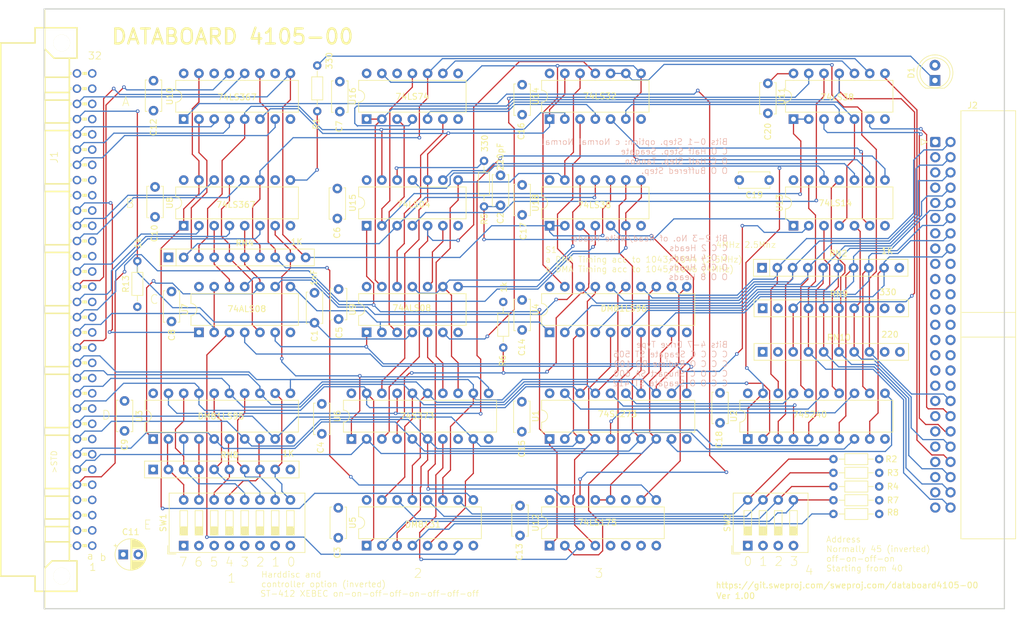
<source format=kicad_pcb>
(kicad_pcb
	(version 20240108)
	(generator "pcbnew")
	(generator_version "8.0")
	(general
		(thickness 1.6)
		(legacy_teardrops no)
	)
	(paper "A4")
	(title_block
		(date "2024-11-23")
		(rev "Ver 1.00")
	)
	(layers
		(0 "F.Cu" signal)
		(1 "In1.Cu" signal)
		(2 "In2.Cu" signal)
		(31 "B.Cu" signal)
		(32 "B.Adhes" user "B.Adhesive")
		(33 "F.Adhes" user "F.Adhesive")
		(34 "B.Paste" user)
		(35 "F.Paste" user)
		(36 "B.SilkS" user "B.Silkscreen")
		(37 "F.SilkS" user "F.Silkscreen")
		(38 "B.Mask" user)
		(39 "F.Mask" user)
		(40 "Dwgs.User" user "User.Drawings")
		(41 "Cmts.User" user "User.Comments")
		(42 "Eco1.User" user "User.Eco1")
		(43 "Eco2.User" user "User.Eco2")
		(44 "Edge.Cuts" user)
		(45 "Margin" user)
		(46 "B.CrtYd" user "B.Courtyard")
		(47 "F.CrtYd" user "F.Courtyard")
		(48 "B.Fab" user)
		(49 "F.Fab" user)
		(50 "User.1" user)
		(51 "User.2" user)
		(52 "User.3" user)
		(53 "User.4" user)
		(54 "User.5" user)
		(55 "User.6" user)
		(56 "User.7" user)
		(57 "User.8" user)
		(58 "User.9" user)
	)
	(setup
		(stackup
			(layer "F.SilkS"
				(type "Top Silk Screen")
			)
			(layer "F.Paste"
				(type "Top Solder Paste")
			)
			(layer "F.Mask"
				(type "Top Solder Mask")
				(thickness 0.01)
			)
			(layer "F.Cu"
				(type "copper")
				(thickness 0.035)
			)
			(layer "dielectric 1"
				(type "prepreg")
				(thickness 0.1)
				(material "FR4")
				(epsilon_r 4.5)
				(loss_tangent 0.02)
			)
			(layer "In1.Cu"
				(type "copper")
				(thickness 0.035)
			)
			(layer "dielectric 2"
				(type "core")
				(thickness 1.24)
				(material "FR4")
				(epsilon_r 4.5)
				(loss_tangent 0.02)
			)
			(layer "In2.Cu"
				(type "copper")
				(thickness 0.035)
			)
			(layer "dielectric 3"
				(type "prepreg")
				(thickness 0.1)
				(material "FR4")
				(epsilon_r 4.5)
				(loss_tangent 0.02)
			)
			(layer "B.Cu"
				(type "copper")
				(thickness 0.035)
			)
			(layer "B.Mask"
				(type "Bottom Solder Mask")
				(thickness 0.01)
			)
			(layer "B.Paste"
				(type "Bottom Solder Paste")
			)
			(layer "B.SilkS"
				(type "Bottom Silk Screen")
			)
			(copper_finish "None")
			(dielectric_constraints no)
		)
		(pad_to_mask_clearance 0)
		(allow_soldermask_bridges_in_footprints no)
		(pcbplotparams
			(layerselection 0x00010fc_ffffffff)
			(plot_on_all_layers_selection 0x0000000_00000000)
			(disableapertmacros no)
			(usegerberextensions no)
			(usegerberattributes yes)
			(usegerberadvancedattributes yes)
			(creategerberjobfile yes)
			(dashed_line_dash_ratio 12.000000)
			(dashed_line_gap_ratio 3.000000)
			(svgprecision 4)
			(plotframeref no)
			(viasonmask no)
			(mode 1)
			(useauxorigin no)
			(hpglpennumber 1)
			(hpglpenspeed 20)
			(hpglpendiameter 15.000000)
			(pdf_front_fp_property_popups yes)
			(pdf_back_fp_property_popups yes)
			(dxfpolygonmode yes)
			(dxfimperialunits yes)
			(dxfusepcbnewfont yes)
			(psnegative no)
			(psa4output no)
			(plotreference yes)
			(plotvalue yes)
			(plotfptext yes)
			(plotinvisibletext no)
			(sketchpadsonfab no)
			(subtractmaskfromsilk no)
			(outputformat 1)
			(mirror no)
			(drillshape 0)
			(scaleselection 1)
			(outputdirectory "gerber_1.00")
		)
	)
	(net 0 "")
	(net 1 "unconnected-(J2-Pin_32-Pad32)")
	(net 2 "/SCSI_SEL")
	(net 3 "/SCSI_RST")
	(net 4 "/SCSI_D3")
	(net 5 "unconnected-(J2-Pin_24-Pad24)")
	(net 6 "unconnected-(J2-Pin_26-Pad26)")
	(net 7 "/SCSI_ID")
	(net 8 "/SCSI_CD")
	(net 9 "unconnected-(J2-Pin_28-Pad28)")
	(net 10 "Net-(U1-Cp)")
	(net 11 "unconnected-(J2-Pin_30-Pad30)")
	(net 12 "Net-(U3-~{G2})")
	(net 13 "Net-(U4-~{G1})")
	(net 14 "Net-(U16B-~{R})")
	(net 15 "Net-(U10-OEb)")
	(net 16 "Net-(U6-D4)")
	(net 17 "unconnected-(J2-Pin_22-Pad22)")
	(net 18 "unconnected-(J2-Pin_34-Pad34)")
	(net 19 "/~{CS}")
	(net 20 "unconnected-(J2-Pin_18-Pad18)")
	(net 21 "/~{RST}")
	(net 22 "unconnected-(J2-Pin_20-Pad20)")
	(net 23 "/~{C3}")
	(net 24 "/~{INP}")
	(net 25 "/~{STAT}")
	(net 26 "VCC")
	(net 27 "GND")
	(net 28 "/~{PRAC}")
	(net 29 "/~{C1}")
	(net 30 "/~{OUT}")
	(net 31 "Net-(U16A-D)")
	(net 32 "Net-(D1-K)")
	(net 33 "Net-(U8-O4a)")
	(net 34 "/SCSI_REQ")
	(net 35 "/SCSI_ACK")
	(net 36 "/SCSI_D5")
	(net 37 "/SCSI_D7")
	(net 38 "/SCSI_MSG")
	(net 39 "/SCSI_D0")
	(net 40 "/SCSI_D6")
	(net 41 "/SCSI_D1")
	(net 42 "Net-(U1-Q3)")
	(net 43 "Net-(U1-Q4)")
	(net 44 "Net-(U1-Q5)")
	(net 45 "Net-(U1-Q7)")
	(net 46 "Net-(U1-Q6)")
	(net 47 "/D2")
	(net 48 "/D4")
	(net 49 "Net-(U1-Q0)")
	(net 50 "Net-(U1-Q2)")
	(net 51 "/D7")
	(net 52 "/D6")
	(net 53 "/D3")
	(net 54 "Net-(U11-Pad13)")
	(net 55 "/D0")
	(net 56 "Net-(U1-~{Mr})")
	(net 57 "Net-(U1-Q1)")
	(net 58 "/D5")
	(net 59 "/D1")
	(net 60 "Net-(U12-Q3)")
	(net 61 "Net-(U16A-~{Q})")
	(net 62 "Net-(U16A-C)")
	(net 63 "/~{TRRQ}")
	(net 64 "/~{TREN}")
	(net 65 "Net-(U5-~{ST})")
	(net 66 "/~{CSB}")
	(net 67 "/~{R{slash}W}")
	(net 68 "/~{C4}")
	(net 69 "Net-(C2-Pad1)")
	(net 70 "Net-(U6-D1)")
	(net 71 "Net-(U12-~{Q0})")
	(net 72 "Net-(U6-D0)")
	(net 73 "Net-(U10-I3)")
	(net 74 "Net-(U6-D5)")
	(net 75 "Net-(U5-T4)")
	(net 76 "Net-(U14-Pad3)")
	(net 77 "Net-(U18-Pad4)")
	(net 78 "Net-(U15-Pad6)")
	(net 79 "Net-(U10-OEa)")
	(net 80 "Net-(U11-Pad12)")
	(net 81 "Net-(U16B-Q)")
	(net 82 "Net-(U11-Pad4)")
	(net 83 "Net-(U2-OEa)")
	(net 84 "unconnected-(U12-~{Q2}-Pad11)")
	(net 85 "unconnected-(U12-~{Q1}-Pad6)")
	(net 86 "Net-(U12-Q0)")
	(net 87 "unconnected-(U12-Q1-Pad7)")
	(net 88 "Net-(U12-Q2)")
	(net 89 "unconnected-(U12-D1-Pad5)")
	(net 90 "Net-(U13-Pad6)")
	(net 91 "Net-(U13-Pad10)")
	(net 92 "Net-(U16A-Q)")
	(net 93 "unconnected-(U16B-~{Q}-Pad8)")
	(net 94 "/~{INT}")
	(net 95 "Net-(RN4-R4)")
	(net 96 "Net-(RN4-R8)")
	(net 97 "Net-(RN4-R6)")
	(net 98 "Net-(RN4-R5)")
	(net 99 "Net-(RN8-R1)")
	(net 100 "Net-(RN8-R4)")
	(net 101 "Net-(RN8-R7)")
	(net 102 "Net-(RN8-R5)")
	(net 103 "Net-(RN8-R6)")
	(net 104 "Net-(RN8-R8)")
	(net 105 "Net-(RN8-R3)")
	(net 106 "Net-(RN8-R2)")
	(net 107 "Net-(RN4-R3)")
	(net 108 "unconnected-(J1-Pin_b3-PadB3)")
	(net 109 "/rn4_10")
	(net 110 "/rn4_3")
	(net 111 "/rn4_2")
	(net 112 "/SCSI_D2")
	(net 113 "/SCSI_BSY")
	(net 114 "/SCSI_D4")
	(net 115 "unconnected-(RN9-R8-Pad9)")
	(net 116 "unconnected-(RN9-R1-Pad2)")
	(net 117 "unconnected-(RN10-R8-Pad9)")
	(net 118 "unconnected-(RN10-R1-Pad2)")
	(net 119 "unconnected-(RN2-R9-Pad10)")
	(net 120 "unconnected-(RN8-R9-Pad10)")
	(net 121 "unconnected-(RN9-R9-Pad10)")
	(net 122 "unconnected-(RN10-R9-Pad10)")
	(net 123 "Net-(U5-T2)")
	(net 124 "Net-(R5-Pad2)")
	(net 125 "unconnected-(J1-Pin_b13-PadB13)")
	(net 126 "unconnected-(J1-Pin_b23-PadB23)")
	(net 127 "unconnected-(J1-Pin_b14-PadB14)")
	(net 128 "unconnected-(J1-Pin_a24-PadA24)")
	(net 129 "unconnected-(J1-Pin_b5-PadB5)")
	(net 130 "unconnected-(J1-Pin_b9-PadB9)")
	(net 131 "unconnected-(J1-Pin_b19-PadB19)")
	(net 132 "unconnected-(J1-Pin_b30-PadB30)")
	(net 133 "unconnected-(J1-Pin_b21-PadB21)")
	(net 134 "unconnected-(J1-Pin_b20-PadB20)")
	(net 135 "unconnected-(J1-Pin_b32-PadB32)")
	(net 136 "unconnected-(J1-Pin_b26-PadB26)")
	(net 137 "unconnected-(J1-Pin_b11-PadB11)")
	(net 138 "unconnected-(J1-Pin_b10-PadB10)")
	(net 139 "unconnected-(J1-Pin_b24-PadB24)")
	(net 140 "unconnected-(J1-Pin_b18-PadB18)")
	(net 141 "unconnected-(J1-Pin_a32-PadA32)")
	(net 142 "unconnected-(J1-Pin_b6-PadB6)")
	(net 143 "unconnected-(J1-Pin_a1-PadA1)")
	(net 144 "unconnected-(J1-Pin_b1-PadB1)")
	(net 145 "unconnected-(J1-Pin_b4-PadB4)")
	(net 146 "unconnected-(J1-Pin_b12-PadB12)")
	(net 147 "unconnected-(J1-Pin_b15-PadB15)")
	(net 148 "unconnected-(J1-Pin_b25-PadB25)")
	(net 149 "unconnected-(J1-Pin_a25-PadA25)")
	(net 150 "unconnected-(J1-Pin_a4-PadA4)")
	(net 151 "unconnected-(J1-Pin_b16-PadB16)")
	(net 152 "unconnected-(J1-Pin_b7-PadB7)")
	(net 153 "unconnected-(J1-Pin_b28-PadB28)")
	(net 154 "unconnected-(J1-Pin_a20-PadA20)")
	(net 155 "unconnected-(J1-Pin_a3-PadA3)")
	(net 156 "unconnected-(J1-Pin_b17-PadB17)")
	(net 157 "unconnected-(J1-Pin_b8-PadB8)")
	(net 158 "unconnected-(J1-Pin_b22-PadB22)")
	(net 159 "unconnected-(J1-Pin_b27-PadB27)")
	(net 160 "unconnected-(J1-Pin_b29-PadB29)")
	(net 161 "Net-(RN10-R2)")
	(net 162 "/rn4_8")
	(net 163 "Net-(U16B-C)")
	(net 164 "unconnected-(R8-Pad1)")
	(net 165 "Net-(U5-T6)")
	(net 166 "Net-(U5-T1)")
	(net 167 "Net-(U5-T5)")
	(net 168 "Net-(U13-Pad2)")
	(footprint "Package_DIP:DIP-16_W7.62mm" (layer "F.Cu") (at 83.2612 76.1492 90))
	(footprint "Resistor_THT:R_Array_SIP10" (layer "F.Cu") (at 78.1812 116.7892))
	(footprint "Package_DIP:DIP-14_W7.62mm" (layer "F.Cu") (at 144.2212 76.1492 90))
	(footprint "Capacitor_THT:C_Disc_D5.0mm_W2.5mm_P5.00mm" (layer "F.Cu") (at 109.2708 52.11 -90))
	(footprint "Package_DIP:DIP-16_W7.62mm" (layer "F.Cu") (at 83.2612 58.3692 90))
	(footprint "Resistor_THT:R_Axial_DIN0204_L3.6mm_D1.6mm_P7.62mm_Horizontal" (layer "F.Cu") (at 75.5396 89.662 90))
	(footprint "Resistor_THT:R_Axial_DIN0204_L3.6mm_D1.6mm_P7.62mm_Horizontal" (layer "F.Cu") (at 199.136 119.634 180))
	(footprint "Capacitor_THT:C_Disc_D5.0mm_W2.5mm_P5.00mm" (layer "F.Cu") (at 78.232 51.9576 -90))
	(footprint "Capacitor_THT:C_Disc_D5.0mm_W2.5mm_P5.00mm" (layer "F.Cu") (at 180.594 52.404 -90))
	(footprint "Capacitor_THT:C_Disc_D5.0mm_W2.5mm_P5.00mm" (layer "F.Cu") (at 136.0424 72.7456 90))
	(footprint "Package_DIP:DIP-20_W7.62mm" (layer "F.Cu") (at 144.2212 93.9292 90))
	(footprint "Capacitor_THT:C_Disc_D5.0mm_W2.5mm_P5.00mm" (layer "F.Cu") (at 73.406 105.3592 -90))
	(footprint "Package_DIP:DIP-20_W7.62mm" (layer "F.Cu") (at 144.2212 111.7092 90))
	(footprint "Package_DIP:DIP-14_W7.62mm" (layer "F.Cu") (at 113.7412 58.3692 90))
	(footprint "Package_DIP:DIP-14_W7.62mm" (layer "F.Cu") (at 184.8612 76.1492 90))
	(footprint "Resistor_THT:R_Array_SIP10" (layer "F.Cu") (at 80.7212 81.4324))
	(footprint "Package_DIP:DIP-14_W7.62mm" (layer "F.Cu") (at 184.8612 58.3692 90))
	(footprint "Capacitor_THT:C_Disc_D5.0mm_W2.5mm_P5.00mm" (layer "F.Cu") (at 78.486 69.676 -90))
	(footprint "Package_DIP:DIP-20_W7.62mm" (layer "F.Cu") (at 111.2012 111.7092 90))
	(footprint "Capacitor_THT:C_Disc_D5.0mm_W2.5mm_P5.00mm" (layer "F.Cu") (at 139.6492 52.6288 -90))
	(footprint "Resistor_THT:R_Array_SIP10" (layer "F.Cu") (at 179.7304 89.916))
	(footprint "Capacitor_THT:C_Disc_D5.0mm_W2.5mm_P5.00mm" (layer "F.Cu") (at 109.0168 123.1792 -90))
	(footprint "Package_DIP:DIP-14_W7.62mm" (layer "F.Cu") (at 113.7412 76.1492 90))
	(footprint "Resistor_THT:R_Array_SIP10" (layer "F.Cu") (at 179.7304 97.1804))
	(footprint "Resistor_THT:R_Array_SIP10" (layer "F.Cu") (at 179.6288 83.1596))
	(footprint "Package_DIP:DIP-14_W7.62mm" (layer "F.Cu") (at 85.8012 93.9292 90))
	(footprint "Capacitor_THT:CP_Radial_D5.0mm_P2.50mm"
		(layer "F.Cu")
		(uuid "807212b6-d76e-4add-8b04-f41db56b04ed")
		(at 73.192 130.9624)
		(descr "CP, Radial series, Radial, pin pitch=2.50mm, , diameter=5mm, Electrolytic Capacitor")
		(tags "CP Radial series Radial pin pitch 2.50mm  diameter 5mm Electrolytic Capacitor")
		(property "Reference" "C11"
			(at 1.25 -3.75 0)
			(layer "F.SilkS")
			(uuid "aac6ba22-c554-452e-bdb7-09b64867eae8")
			(effects
				(font
					(size 1 1)
					(thickness 0.15)
				)
			)
		)
		(property "Value" "47uF"
			(at 1.25 3.75 0)
			(layer "F.Fab")
			(uuid "770bcbbf-cd52-4cd3-9cd8-c5f57cede8b7")
			(effects
				(font
					(size 1 1)
					(thickness 0.15)
				)
			)
		)
		(property "Footprint" "Capacitor_THT:CP_Radial_D5.0mm_P2.50mm"
			(at 0 0 0)
			(unlocked yes)
			(layer "F.Fab")
			(hide yes)
			(uuid "f015d08b-e09b-4e77-9036-d84d9549adb7")
			(effects
				(font
					(size 1.27 1.27)
					(thickness 0.15)
				)
			)
		)
		(property "Datasheet" ""
			(at 0 0 0)
			(unlocked yes)
			(layer "F.Fab")
			(hide yes)
			(uuid "cdd92070-08bd-4526-a44b-4f4fb9a7cc54")
			(effects
				(font
					(size 1.27 1.27)
					(thickness 0.15)
				)
			)
		)
		(property "Description" "Polarized capacitor, small symbol"
			(at 0 0 0)
			(unlocked yes)
			(layer "F.Fab")
			(hide yes)
			(uuid "f42eb0d1-048e-4a24-b304-45a7b9df8929")
			(effects
				(font
					(size 1.27 1.27)
					(thickness 0.15)
				)
			)
		)
		(property ki_fp_filters "CP_*")
		(path "/f3498465-5a1f-4b25-a628-4040846b0353")
		(sheetname "Root")
		(sheetfile "4680-4105-00.kicad_sch")
		(attr through_hole)
		(fp_line
			(start -1.554775 -1.475)
			(end -1.054775 -1.475)
			(stroke
				(width 0.12)
				(type solid)
			)
			(layer "F.SilkS")
			(uuid "5354fb41-425b-405c-aa2a-6c5cdb4dce8e")
		)
		(fp_line
			(start -1.304775 -1.725)
			(end -1.304775 -1.225)
			(stroke
				(width 0.12)
				(type solid)
			)
			(layer "F.SilkS")
			(uuid "1e1be11c-c11b-4a3b-b966-84ccda2e8cc4")
		)
		(fp_line
			(start 1.25 -2.58)
			(end 1.25 2.58)
			(stroke
				(width 0.12)
				(type solid)
			)
			(layer "F.SilkS")
			(uuid "a4a3f349-3f64-4098-b3fb-2341ecd6dcb0")
		)
		(fp_line
			(start 1.29 -2.58)
			(end 1.29 2.58)
			(stroke
				(width 0.12)
				(type solid)
			)
			(layer "F.SilkS")
			(uuid "667b4983-11cc-4046-a1e1-57a2c0681898")
		)
		(fp_line
			(start 1.33 -2.579)
			(end 1.33 2.579)
			(stroke
				(width 0.12)
				(type solid)
			)
			(layer "F.SilkS")
			(uuid "b2309d49-3a96-4f2c-bf45-a78c4e732c36")
		)
		(fp_line
			(start 1.37 -2.578)
			(end 1.37 2.578)
			(stroke
				(width 0.12)
				(type solid)
			)
			(layer "F.SilkS")
			(uuid "b086dc71-9bc6-4d03-a940-b474c397aaa1")
		)
		(fp_line
			(start 1.41 -2.576)
			(end 1.41 2.576)
			(stroke
				(width 0.12)
				(type solid)
			)
			(layer "F.SilkS")
			(uuid "b9f924af-9527-4d63-8567-26767aca599d")
		)
		(fp_line
			(start 1.45 -2.573)
			(end 1.45 2.573)
			(stroke
				(width 0.12)
				(type solid)
			)
			(layer "F.SilkS")
			(uuid "3b2552a1-96f3-445a-a600-155caf095aac")
		)
		(fp_line
			(start 1.49 -2.569)
			(end 1.49 -1.04)
			(stroke
				(width 0.12)
				(type solid)
			)
			(layer "F.SilkS")
			(uuid "11c0e19c-3c1d-4fd0-9298-bb7b8b1f24e7")
		)
		(fp_line
			(start 1.49 1.04)
			(end 1.49 2.569)
			(stroke
				(width 0.12)
				(type solid)
			)
			(layer "F.SilkS")
			(uuid "5b0557ed-c33a-4634-ae66-dc40338bbce5")
		)
		(fp_line
			(start 1.53 -2.565)
			(end 1.53 -1.04)
			(stroke
				(width 0.12)
				(type solid)
			)
			(layer "F.SilkS")
			(uuid "b41473b1-55e4-4afa-a45f-87c1631441cc")
		)
		(fp_line
			(start 1.53 1.04)
			(end 1.53 2.565)
			(stroke
				(width 0.12)
				(type solid)
			)
			(layer "F.SilkS")
			(uuid "3be51b44-fe9a-4f49-9da1-e0a632845a30")
		)
		(fp_line
			(start 1.57 -2.561)
			(end 1.57 -1.04)
			(stroke
				(width 0.12)
				(type solid)
			)
			(layer "F.SilkS")
			(uuid "b77722b0-2927-467e-9b5d-7f2d7525a610")
		)
		(fp_line
			(start 1.57 1.04)
			(end 1.57 2.561)
			(stroke
				(width 0.12)
				(type solid)
			)
			(layer "F.SilkS")
			(uuid "e72a8994-6cab-4bf3-8c72-61bfcd995c06")
		)
		(fp_line
			(start 1.61 -2.556)
			(end 1.61 -1.04)
			(stroke
				(width 0.12)
				(type solid)
			)
			(layer "F.SilkS")
			(uuid "0593f4ed-2ea1-4adb-80ce-428474b860d0")
		)
		(fp_line
			(start 1.61 1.04)
			(end 1.61 2.556)
			(stroke
				(width 0.12)
				(type solid)
			)
			(layer "F.SilkS")
			(uuid "eba72feb-2da4-46e7-8734-008e5cf7a83f")
		)
		(fp_line
			(start 1.65 -2.55)
			(end 1.65 -1.04)
			(stroke
				(width 0.12)
				(type solid)
			)
			(layer "F.SilkS")
			(uuid "dbe07b9c-8b4e-4deb-b750-9f74719ca594")
		)
		(fp_line
			(start 1.65 1.04)
			(end 1.65 2.55)
			(stroke
				(width 0.12)
				(type solid)
			)
			(layer "F.SilkS")
			(uuid "cbbd64d9-6e3e-4547-90c0-9d504832379f")
		)
		(fp_line
			(start 1.69 -2.543)
			(end 1.69 -1.04)
			(stroke
				(width 0.12)
				(type solid)
			)
			(layer "F.SilkS")
			(uuid "294d6b03-a98c-4881-9959-18f1270d23e5")
		)
		(fp_line
			(start 1.69 1.04)
			(end 1.69 2.543)
			(stroke
				(width 0.12)
				(type solid)
			)
			(layer "F.SilkS")
			(uuid "b1640257-813c-4ff0-b176-c54787e309a8")
		)
		(fp_line
			(start 1.73 -2.536)
			(end 1.73 -1.04)
			(stroke
				(width 0.12)
				(type solid)
			)
			(layer "F.SilkS")
			(uuid "879fb981-eb75-452d-ad12-102be1e2b59e")
		)
		(fp_line
			(start 1.73 1.04)
			(end 1.73 2.536)
			(stroke
				(width 0.12)
				(type solid)
			)
			(layer "F.SilkS")
			(uuid "f70d4e21-2995-4b42-a66f-1d180bda201c")
		)
		(fp_line
			(start 1.77 -2.528)
			(end 1.77 -1.04)
			(stroke
				(width 0.12)
				(type solid)
			)
			(layer "F.SilkS")
			(uuid "df16a672-b0ab-4926-97f3-899de27222df")
		)
		(fp_line
			(start 1.77 1.04)
			(end 1.77 2.528)
			(stroke
				(width 0.12)
				(type solid)
			)
			(layer "F.SilkS")
			(uuid "2037b11e-abf8-46f6-bd07-e76dbcb84346")
		)
		(fp_line
			(start 1.81 -2.52)
			(end 1.81 -1.04)
			(stroke
				(width 0.12)
				(type solid)
			)
			(layer "F.SilkS")
			(uuid "90a896d3-0560-4902-893d-c8aa2e53d6d4")
		)
		(fp_line
			(start 1.81 1.04)
			(end 1.81 2.52)
			(stroke
				(width 0.12)
				(type solid)
			)
			(layer "F.SilkS")
			(uuid "11e6598f-d2db-4463-a968-4eefe31c3bce")
		)
		(fp_line
			(start 1.85 -2.511)
			(end 1.85 -1.04)
			(stroke
				(width 0.12)
				(type solid)
			)
			(layer "F.SilkS")
			(uuid "af3777dc-7d6a-4b76-ab8e-92e9e34feefd")
		)
		(fp_line
			(start 1.85 1.04)
			(end 1.85 2.511)
			(stroke
				(width 0.12)
				(type solid)
			)
			(layer "F.SilkS")
			(uuid "47d39f74-0b55-46f1-8b80-ef1d99f88181")
		)
		(fp_line
			(start 1.89 -2.501)
			(end 1.89 -1.04)
			(stroke
				(width 0.12)
				(type solid)
			)
			(layer "F.SilkS")
			(uuid "58f0d9e4-24f5-4a11-800b-1f31440a3b75")
		)
		(fp_line
			(start 1.89 1.04)
			(end 1.89 2.501)
			(stroke
				(width 0.12)
				(type solid)
			)
			(layer "F.SilkS")
			(uuid "67de5794-8601-4bf0-ac39-2f8361070bed")
		)
		(fp_line
			(start 1.93 -2.491)
			(end 1.93 -1.04)
			(stroke
				(width 0.12)
				(type solid)
			)
			(layer "F.SilkS")
			(uuid "191be62c-ded7-492f-8bf4-e90063168597")
		)
		(fp_line
			(start 1.93 1.04)
			(end 1.93 2.491)
			(stroke
				(width 0.12)
				(type solid)
			)
			(layer "F.SilkS")
			(uuid "34dbfcbc-d984-4ef1-a5a6-f0bf37c43a4c")
		)
		(fp_line
			(start 1.971 -2.48)
			(end 1.971 -1.04)
			(stroke
				(width 0.12)
				(type solid)
			)
			(layer "F.SilkS")
			(uuid "1f972e35-1f81-4861-91a7-cbd8e142e6ef")
		)
		(fp_line
			(start 1.971 1.04)
			(end 1.971 2.48)
			(stroke
				(width 0.12)
				(type solid)
			)
			(layer "F.SilkS")
			(uuid "667a1ec7-d6c3-4653-b71d-1f125b13f9c0")
		)
		(fp_line
			(start 2.011 -2.468)
			(end 2.011 -1.04)
			(stroke
				(width 0.12)
				(type solid)
			)
			(layer "F.SilkS")
			(uuid "93962659-cad7-4843-b40f-ac3f26fa08f2")
		)
		(fp_line
			(start 2.011 1.04)
			(end 2.011 2.468)
			(stroke
				(width 0.12)
				(type solid)
			)
			(layer "F.SilkS")
			(uuid "6ed32db6-fb2b-4c70-95c1-c416b82b9a42")
		)
		(fp_line
			(start 2.051 -2.455)
			(end 2.051 -1.04)
			(stroke
				(width 0.12)
				(type solid)
			)
			(layer "F.SilkS")
			(uuid "0b141cd4-5708-416d-8998-18c29eae4e43")
		)
		(fp_line
			(start 2.051 1.04)
			(end 2.051 2.455)
			(stroke
				(width 0.12)
				(type solid)
			)
			(layer "F.SilkS")
			(uuid "6cc05d5a-f1d2-4f01-ae4a-0a34587d972b")
		)
		(fp_line
			(start 2.091 -2.442)
			(end 2.091 -1.04)
			(stroke
				(width 0.12)
				(type solid)
			)
			(layer "F.SilkS")
			(uuid "4799b712-0a28-4b81-a967-049ab72ced75")
		)
		(fp_line
			(start 2.091 1.04)
			(end 2.091 2.442)
			(stroke
				(width 0.12)
				(type solid)
			)
			(layer "F.SilkS")
			(uuid "a9239916-07b7-459d-8226-0ed3e52812ce")
		)
		(fp_line
			(start 2.131 -2.428)
			(end 2.131 -1.04)
			(stroke
				(width 0.12)
				(type solid)
			)
			(layer "F.SilkS")
			(uuid "5276b8e2-518e-4b9f-804c-2bbef6ac3a91")
		)
		(fp_line
			(start 2.131 1.04)
			(end 2.131 2.428)
			(stroke
				(width 0.12)
				(type solid)
			)
			(layer "F.SilkS")
			(uuid "ae2363a8-abd1-426c-b509-9c1bc9ef844d")
		)
		(fp_line
			(start 2.171 -2.414)
			(end 2.171 -1.04)
			(stroke
				(width 0.12)
				(type solid)
			)
			(layer "F.SilkS")
			(uuid "a19daa79-48b3-4ff2-bc52-440486a9d42b")
		)
		(fp_line
			(start 2.171 1.04)
			(end 2.171 2.414)
			(stroke
				(width 0.12)
				(type solid)
			)
			(layer "F.SilkS")
			(uuid "0a820e4f-efdd-45e5-bd81-e11595af0b66")
		)
		(fp_line
			(start 2.211 -2.398)
			(end 2.211 -1.04)
			(stroke
				(width 0.12)
				(type solid)
			)
			(layer "F.SilkS")
			(uuid "d0123ed4-8946-4e21-85fc-5d90b30fddfe")
		)
		(fp_line
			(start 2.211 1.04)
			(end 2.211 2.398)
			(stroke
				(width 0.12)
				(type solid)
			)
			(layer "F.SilkS")
			(uuid "fff8ef2c-18c7-43e4-b501-450ccb796002")
		)
		(fp_line
			(start 2.251 -2.382)
			(end 2.251 -1.04)
			(stroke
				(width 0.12)
				(type solid)
			)
			(layer "F.SilkS")
			(uuid "4415124a-00b0-4e41-a9cf-7105101b5489")
		)
		(fp_line
			(start 2.251 1.04)
			(end 2.251 2.382)
			(stroke
				(width 0.12)
				(type solid)
			)
			(layer "F.SilkS")
			(uuid "2bf65936-fa19-484d-afad-2f034a9c3d0f")
		)
		(fp_line
			(start 2.291 -2.365)
			(end 2.291 -1.04)
			(stroke
				(width 0.12)
				(type solid)
			)
			(layer "F.SilkS")
			(uuid "3141ab22-e560-401a-b690-2221cb2e9700")
		)
		(fp_line
			(start 2.291 1.04)
			(end 2.291 2.365)
			(stroke
				(width 0.12)
				(type solid)
			)
			(layer "F.SilkS")
			(uuid "5219b4f1-4ae1-4fca-a3df-0e5b785c2b90")
		)
		(fp_line
			(start 2.331 -2.348)
			(end 2.331 -1.04)
			(stroke
				(width 0.12)
				(type solid)
			)
			(layer "F.SilkS")
			(uuid "7659f6f2-8113-43d4-a6b0-0ad3e457270a")
		)
		(fp_line
			(start 2.331 1.04)
			(end 2.331 2.348)
			(stroke
				(width 0.12)
				(type solid)
			)
			(layer "F.SilkS")
			(uuid "55f2f321-17d6-4272-ad6c-c902cf174131")
		)
		(fp_line
			(start 2.371 -2.329)
			(end 2.371 -1.04)
			(stroke
				(width 0.12)
				(type solid)
			)
			(layer "F.SilkS")
			(uuid "84357d49-b776-418d-a9f9-590d27ab2e7d")
		)
		(fp_line
			(start 2.371 1.04)
			(end 2.371 2.329)
			(stroke
				(width 0.12)
				(type solid)
			)
			(layer "F.SilkS")
			(uuid "0312a5e9-ff46-43b5-b73a-e464260c20fe")
		)
		(fp_line
			(start 2.411 -2.31)
			(end 2.411 -1.04)
			(stroke
				(width 0.12)
				(type solid)
			)
			(layer "F.SilkS")
			(uuid "84ef564c-58ba-4dc0-acac-d57bd25aaf54")
		)
		(fp
... [2258832 chars truncated]
</source>
